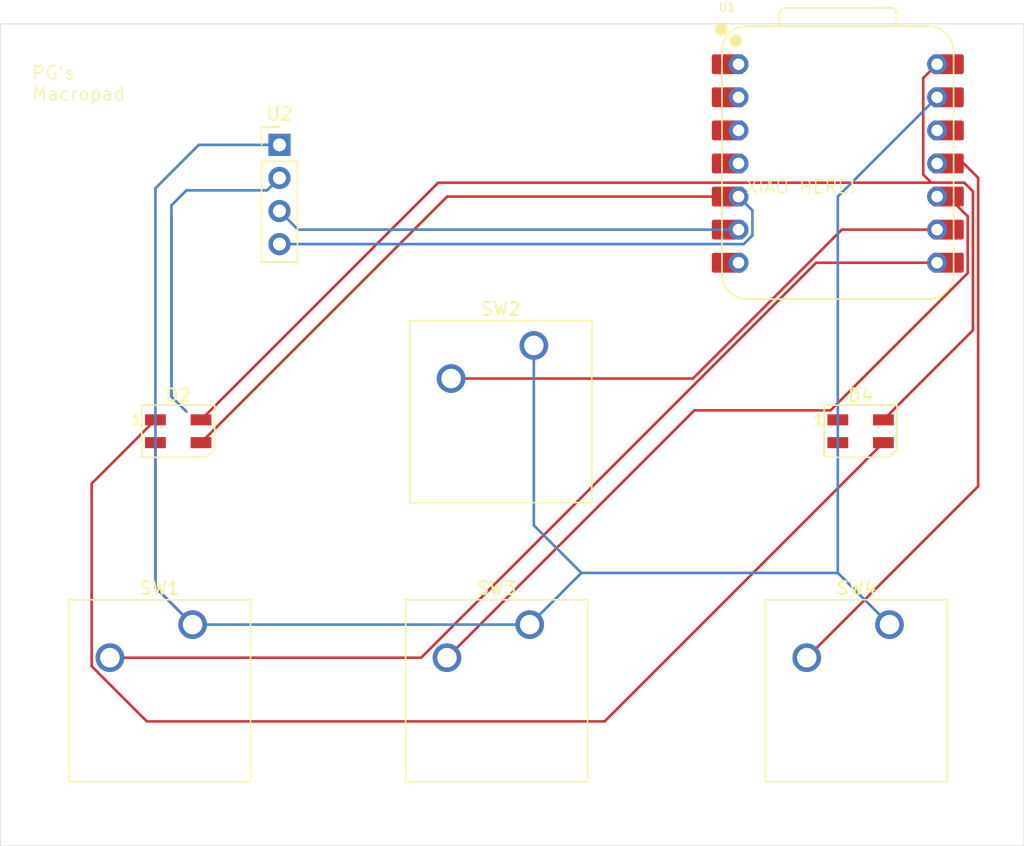
<source format=kicad_pcb>
(kicad_pcb (version 20241229) (generator "pcbnew") (generator_version "9.0")
  (layers (0 "F.Cu" signal) (2 "B.Cu" signal) (13 "F.Paste" user) (15 "B.Paste" user) (5 "F.SilkS" user "F.Silkscreen") (7 "B.SilkS" user "B.Silkscreen") (1 "F.Mask" user) (3 "B.Mask" user) (25 "Edge.Cuts" user))
  (net 0 "")
  (net 1 "+5V")
  (net 2 "GND")
  (net 3 "Net-(D2-DOUT)")
  (net 4 "Net-(D2-DIN)")
  (net 6 "Net-(U1-GPIO1{slash}RX)")
  (net 7 "Net-(U1-GPIO2{slash}SCK)")
  (net 8 "Net-(U1-GPIO4{slash}MISO)")
  (net 9 "Net-(U1-GPIO3{slash}MOSI)")
  (net 14 "Net-(U1-GPIO6{slash}SDA)")
  (net 16 "Net-(U1-GPIO7{slash}SCL)")
  (footprint "Button_Switch_Keyboard:SW_Cherry_MX_1.00u_PCB" (layer "F.Cu") (at 149.225 123.5075)
    (property "Reference" "SW4" (at -2.54 -2.794 0) (layer "F.SilkS"))
    (property "Value" "SW_Push")
    (fp_line (start -9.525 -1.905) (end 4.445 -1.905) (stroke (width 0.12)) (layer "F.SilkS"))
    (fp_line (start -9.525 12.065) (end -9.525 -1.905) (stroke (width 0.12)) (layer "F.SilkS"))
    (fp_line (start 4.445 -1.905) (end 4.445 12.065) (stroke (width 0.12)) (layer "F.SilkS"))
    (fp_line (start 4.445 12.065) (end -9.525 12.065) (stroke (width 0.12)) (layer "F.SilkS"))
    (pad "" np_thru_hole circle (at -7.62 5.08) (size 1.7 1.7) (drill 1.7) (layers "*.Cu" "*.Mask"))
    (pad "" np_thru_hole circle (at -2.54 5.08) (size 4 4) (drill 4) (layers "*.Cu" "*.Mask"))
    (pad "" np_thru_hole circle (at 2.54 5.08) (size 1.7 1.7) (drill 1.7) (layers "*.Cu" "*.Mask"))
    (pad "1" thru_hole circle (at 0 0) (size 2.2 2.2) (drill 1.5) (layers "*.Cu" "*.Mask") (net 2 "GND"))
    (pad "2" thru_hole circle (at -6.35 2.54) (size 2.2 2.2) (drill 1.5) (layers "*.Cu" "*.Mask") (net 9 "Net-(U1-GPIO3{slash}MOSI)"))
  )
  (footprint "LED_SMD:LED_SK6812MINI_PLCC4_3.5x3.5mm_P1.75mm" (layer "F.Cu") (at 147.00625 108.6625)
    (property "Reference" "D4" (at 0 -2.75 0) (layer "F.SilkS"))
    (property "Value" "SK6812MINI")
    (fp_line (start -2.8 -2) (end -2.8 2) (stroke (width 0.12)) (layer "F.SilkS"))
    (fp_line (start -2.8 -2) (end 2.8 -2) (stroke (width 0.12)) (layer "F.SilkS"))
    (fp_line (start -2.8 2) (end 2.2 2) (stroke (width 0.12)) (layer "F.SilkS"))
    (fp_line (start 2.8 1.4) (end 2.2 2) (stroke (width 0.12)) (layer "F.SilkS"))
    (fp_line (start 2.8 1.4) (end 2.8 -2) (stroke (width 0.12)) (layer "F.SilkS"))
    (fp_text user "1" (at -3.2 -0.875 0) (layer "F.SilkS") (effects (font (size 0.8 0.8))))
    (pad "1" smd rect (at -1.75 -0.875) (size 1.6 0.85) (layers "F.Cu" "F.Mask" "F.Paste"))
    (pad "2" smd rect (at -1.75 0.875) (size 1.6 0.85) (layers "F.Cu" "F.Mask" "F.Paste") (net 2 "GND"))
    (pad "3" smd rect (at 1.75 0.875) (size 1.6 0.85) (layers "F.Cu" "F.Mask" "F.Paste") (net 3 "Net-(D2-DOUT)"))
    (pad "4" smd rect (at 1.75 -0.875) (size 1.6 0.85) (layers "F.Cu" "F.Mask" "F.Paste") (net 1 "+5V"))
  )
  (footprint "OPL:XIAO-RP2040-DIP" (layer "F.Cu") (at 145.25625 88.10625)
    (property "Reference" "U1" (at -8.5 -12 0) (layer "F.SilkS") (effects (font (size 0.635 0.635) (thickness 0.1016))))
    (property "Value" "XIAO-RP2040-DIP")
    (fp_line (start -8.89 8.509) (end -8.89 -8.636) (stroke (width 0.127)) (layer "F.SilkS"))
    (fp_line (start -6.985 10.414) (end 6.985 10.414) (stroke (width 0.127)) (layer "F.SilkS"))
    (fp_line (start -4.495 -10.541) (end -4.491272 -11.451272) (stroke (width 0.127)) (layer "F.SilkS"))
    (fp_line (start -3.991272 -11.951) (end 4.004 -11.951) (stroke (width 0.127)) (layer "F.SilkS"))
    (fp_line (start 4.504 -11.451) (end 4.504 -10.541) (stroke (width 0.127)) (layer "F.SilkS"))
    (fp_line (start 6.985 -10.541) (end -6.985 -10.541) (stroke (width 0.1)) (layer "F.SilkS"))
    (fp_line (start 6.985 -10.541) (end -6.985 -10.541) (stroke (width 0.127)) (layer "F.SilkS"))
    (fp_line (start 8.89 8.509) (end 8.89 -8.636) (stroke (width 0.127)) (layer "F.SilkS"))
    (fp_arc (start -8.89 -8.636) (mid -8.332038 -9.983038) (end -6.985 -10.541) (stroke (width 0.127)) (layer "F.SilkS"))
    (fp_arc (start -6.985 10.414) (mid -8.332038 9.856038) (end -8.89 8.509) (stroke (width 0.127)) (layer "F.SilkS"))
    (fp_arc (start -4.491272 -11.451272) (mid -4.344728 -11.80464) (end -3.991272 -11.951) (stroke (width 0.127)) (layer "F.SilkS"))
    (fp_arc (start 4.004 -11.951) (mid 4.357553 -11.804553) (end 4.504 -11.451) (stroke (width 0.127)) (layer "F.SilkS"))
    (fp_arc (start 6.985 -10.541) (mid 8.332038 -9.983038) (end 8.89 -8.636) (stroke (width 0.127)) (layer "F.SilkS"))
    (fp_arc (start 8.89 8.509) (mid 8.332038 9.856038) (end 6.985 10.414) (stroke (width 0.127)) (layer "F.SilkS"))
    (fp_circle (center -8.95 -10.3) (end -8.95 -10.554) (stroke (width 0.5)) (fill yes) (layer "F.SilkS"))
    (fp_circle (center -7.807 -9.42) (end -7.807 -9.674) (stroke (width 0.5)) (fill yes) (layer "F.SilkS"))
    (pad "1" smd roundrect (at -8.455 -7.62 180) (size 2.432 1.524) (layers "F.Cu" "F.Mask") (roundrect_rratio 0.1) (net 4 "Net-(D2-DIN)"))
    (pad "1" thru_hole circle (at -7.62 -7.62 180) (size 1.524 1.524) (drill 0.889) (layers "*.Cu" "*.Mask") (net 4 "Net-(D2-DIN)"))
    (pad "2" smd roundrect (at -8.455 -5.08 180) (size 2.432 1.524) (layers "F.Cu" "F.Mask") (roundrect_rratio 0.1))
    (pad "2" thru_hole circle (at -7.62 -5.08 180) (size 1.524 1.524) (drill 0.889) (layers "*.Cu" "*.Mask"))
    (pad "3" smd roundrect (at -8.455 -2.54 180) (size 2.432 1.524) (layers "F.Cu" "F.Mask") (roundrect_rratio 0.1))
    (pad "3" thru_hole circle (at -7.62 -2.54 180) (size 1.524 1.524) (drill 0.889) (layers "*.Cu" "*.Mask"))
    (pad "4" smd roundrect (at -8.455 0 180) (size 2.432 1.524) (layers "F.Cu" "F.Mask") (roundrect_rratio 0.1))
    (pad "4" thru_hole circle (at -7.62 0 180) (size 1.524 1.524) (drill 0.889) (layers "*.Cu" "*.Mask"))
    (pad "5" smd roundrect (at -8.455 2.54 180) (size 2.432 1.524) (layers "F.Cu" "F.Mask") (roundrect_rratio 0.1) (net 14 "Net-(U1-GPIO6{slash}SDA)"))
    (pad "5" thru_hole circle (at -7.62 2.54 180) (size 1.524 1.524) (drill 0.889) (layers "*.Cu" "*.Mask") (net 14 "Net-(U1-GPIO6{slash}SDA)"))
    (pad "6" smd roundrect (at -8.455 5.08 180) (size 2.432 1.524) (layers "F.Cu" "F.Mask") (roundrect_rratio 0.1) (net 16 "Net-(U1-GPIO7{slash}SCL)"))
    (pad "6" thru_hole circle (at -7.62 5.08 180) (size 1.524 1.524) (drill 0.889) (layers "*.Cu" "*.Mask") (net 16 "Net-(U1-GPIO7{slash}SCL)"))
    (pad "7" smd roundrect (at -8.455 7.62 180) (size 2.432 1.524) (layers "F.Cu" "F.Mask") (roundrect_rratio 0.1))
    (pad "7" thru_hole circle (at -7.62 7.62 180) (size 1.524 1.524) (drill 0.889) (layers "*.Cu" "*.Mask"))
    (pad "8" thru_hole circle (at 7.62 7.62) (size 1.524 1.524) (drill 0.889) (layers "*.Cu" "*.Mask") (net 6 "Net-(U1-GPIO1{slash}RX)"))
    (pad "8" smd roundrect (at 8.455 7.62) (size 2.432 1.524) (layers "F.Cu" "F.Mask") (roundrect_rratio 0.1) (net 6 "Net-(U1-GPIO1{slash}RX)"))
    (pad "9" thru_hole circle (at 7.62 5.08) (size 1.524 1.524) (drill 0.889) (layers "*.Cu" "*.Mask") (net 7 "Net-(U1-GPIO2{slash}SCK)"))
    (pad "9" smd roundrect (at 8.455 5.08) (size 2.432 1.524) (layers "F.Cu" "F.Mask") (roundrect_rratio 0.1) (net 7 "Net-(U1-GPIO2{slash}SCK)"))
    (pad "10" thru_hole circle (at 7.62 2.54) (size 1.524 1.524) (drill 0.889) (layers "*.Cu" "*.Mask") (net 8 "Net-(U1-GPIO4{slash}MISO)"))
    (pad "10" smd roundrect (at 8.455 2.54) (size 2.432 1.524) (layers "F.Cu" "F.Mask") (roundrect_rratio 0.1) (net 8 "Net-(U1-GPIO4{slash}MISO)"))
    (pad "11" thru_hole circle (at 7.62 0) (size 1.524 1.524) (drill 0.889) (layers "*.Cu" "*.Mask") (net 9 "Net-(U1-GPIO3{slash}MOSI)"))
    (pad "11" smd roundrect (at 8.455 0) (size 2.432 1.524) (layers "F.Cu" "F.Mask") (roundrect_rratio 0.1) (net 9 "Net-(U1-GPIO3{slash}MOSI)"))
    (pad "12" thru_hole circle (at 7.62 -2.54) (size 1.524 1.524) (drill 0.889) (layers "*.Cu" "*.Mask"))
    (pad "12" smd roundrect (at 8.455 -2.54) (size 2.432 1.524) (layers "F.Cu" "F.Mask") (roundrect_rratio 0.1))
    (pad "13" thru_hole circle (at 7.62 -5.08) (size 1.524 1.524) (drill 0.889) (layers "*.Cu" "*.Mask") (net 2 "GND"))
    (pad "13" smd roundrect (at 8.455 -5.08) (size 2.432 1.524) (layers "F.Cu" "F.Mask") (roundrect_rratio 0.1) (net 2 "GND"))
    (pad "14" thru_hole circle (at 7.62 -7.62) (size 1.524 1.524) (drill 0.889) (layers "*.Cu" "*.Mask") (net 1 "+5V"))
    (pad "14" smd roundrect (at 8.455 -7.62) (size 2.432 1.524) (layers "F.Cu" "F.Mask") (roundrect_rratio 0.1) (net 1 "+5V"))
  )
  (footprint "LED_SMD:LED_SK6812MINI_PLCC4_3.5x3.5mm_P1.75mm" (layer "F.Cu") (at 94.61875 108.6625)
    (property "Reference" "D2" (at 0 -2.75 0) (layer "F.SilkS"))
    (property "Value" "SK6812MINI")
    (fp_line (start -2.8 -2) (end -2.8 2) (stroke (width 0.12)) (layer "F.SilkS"))
    (fp_line (start -2.8 -2) (end 2.8 -2) (stroke (width 0.12)) (layer "F.SilkS"))
    (fp_line (start -2.8 2) (end 2.2 2) (stroke (width 0.12)) (layer "F.SilkS"))
    (fp_line (start 2.8 1.4) (end 2.2 2) (stroke (width 0.12)) (layer "F.SilkS"))
    (fp_line (start 2.8 1.4) (end 2.8 -2) (stroke (width 0.12)) (layer "F.SilkS"))
    (fp_text user "1" (at -3.2 -0.875 0) (layer "F.SilkS") (effects (font (size 0.8 0.8))))
    (pad "1" smd rect (at -1.75 -0.875) (size 1.6 0.85) (layers "F.Cu" "F.Mask" "F.Paste") (net 3 "Net-(D2-DOUT)"))
    (pad "2" smd rect (at -1.75 0.875) (size 1.6 0.85) (layers "F.Cu" "F.Mask" "F.Paste") (net 2 "GND"))
    (pad "3" smd rect (at 1.75 0.875) (size 1.6 0.85) (layers "F.Cu" "F.Mask" "F.Paste") (net 4 "Net-(D2-DIN)"))
    (pad "4" smd rect (at 1.75 -0.875) (size 1.6 0.85) (layers "F.Cu" "F.Mask" "F.Paste") (net 1 "+5V"))
  )
  (footprint "Connector_PinHeader_2.54mm:PinHeader_1x04_P2.54mm_Vertical" (layer "F.Cu") (at 102.39375 86.6775)
    (property "Reference" "U2" (at 0 -2.38 0) (layer "F.SilkS"))
    (property "Value" "SSD1306 OLED")
    (fp_line (start -1.38 -1.38) (end 0 -1.38) (stroke (width 0.12)) (layer "F.SilkS"))
    (fp_line (start -1.38 0) (end -1.38 -1.38) (stroke (width 0.12)) (layer "F.SilkS"))
    (fp_line (start -1.38 1.27) (end -1.38 9) (stroke (width 0.12)) (layer "F.SilkS"))
    (fp_line (start -1.38 1.27) (end 1.38 1.27) (stroke (width 0.12)) (layer "F.SilkS"))
    (fp_line (start -1.38 9) (end 1.38 9) (stroke (width 0.12)) (layer "F.SilkS"))
    (fp_line (start 1.38 1.27) (end 1.38 9) (stroke (width 0.12)) (layer "F.SilkS"))
    (pad "1" thru_hole rect (at 0 0) (size 1.7 1.7) (drill 1) (layers "*.Cu" "*.Mask") (net 2 "GND"))
    (pad "2" thru_hole circle (at 0 2.54) (size 1.7 1.7) (drill 1) (layers "*.Cu" "*.Mask") (net 1 "+5V"))
    (pad "3" thru_hole circle (at 0 5.08) (size 1.7 1.7) (drill 1) (layers "*.Cu" "*.Mask") (net 16 "Net-(U1-GPIO7{slash}SCL)"))
    (pad "4" thru_hole circle (at 0 7.62) (size 1.7 1.7) (drill 1) (layers "*.Cu" "*.Mask") (net 14 "Net-(U1-GPIO6{slash}SDA)"))
  )
  (footprint "Button_Switch_Keyboard:SW_Cherry_MX_1.00u_PCB" (layer "F.Cu") (at 121.6025 123.5075)
    (property "Reference" "SW3" (at -2.54 -2.794 0) (layer "F.SilkS"))
    (property "Value" "SW_Push")
    (fp_line (start -9.525 -1.905) (end 4.445 -1.905) (stroke (width 0.12)) (layer "F.SilkS"))
    (fp_line (start -9.525 12.065) (end -9.525 -1.905) (stroke (width 0.12)) (layer "F.SilkS"))
    (fp_line (start 4.445 -1.905) (end 4.445 12.065) (stroke (width 0.12)) (layer "F.SilkS"))
    (fp_line (start 4.445 12.065) (end -9.525 12.065) (stroke (width 0.12)) (layer "F.SilkS"))
    (pad "" np_thru_hole circle (at -7.62 5.08) (size 1.7 1.7) (drill 1.7) (layers "*.Cu" "*.Mask"))
    (pad "" np_thru_hole circle (at -2.54 5.08) (size 4 4) (drill 4) (layers "*.Cu" "*.Mask"))
    (pad "" np_thru_hole circle (at 2.54 5.08) (size 1.7 1.7) (drill 1.7) (layers "*.Cu" "*.Mask"))
    (pad "1" thru_hole circle (at 0 0) (size 2.2 2.2) (drill 1.5) (layers "*.Cu" "*.Mask") (net 2 "GND"))
    (pad "2" thru_hole circle (at -6.35 2.54) (size 2.2 2.2) (drill 1.5) (layers "*.Cu" "*.Mask") (net 8 "Net-(U1-GPIO4{slash}MISO)"))
  )
  (footprint "Button_Switch_Keyboard:SW_Cherry_MX_1.00u_PCB" (layer "F.Cu") (at 121.92 102.07625)
    (property "Reference" "SW2" (at -2.54 -2.794 0) (layer "F.SilkS"))
    (property "Value" "SW_Push")
    (fp_line (start -9.525 -1.905) (end 4.445 -1.905) (stroke (width 0.12)) (layer "F.SilkS"))
    (fp_line (start -9.525 12.065) (end -9.525 -1.905) (stroke (width 0.12)) (layer "F.SilkS"))
    (fp_line (start 4.445 -1.905) (end 4.445 12.065) (stroke (width 0.12)) (layer "F.SilkS"))
    (fp_line (start 4.445 12.065) (end -9.525 12.065) (stroke (width 0.12)) (layer "F.SilkS"))
    (pad "" np_thru_hole circle (at -7.62 5.08) (size 1.7 1.7) (drill 1.7) (layers "*.Cu" "*.Mask"))
    (pad "" np_thru_hole circle (at -2.54 5.08) (size 4 4) (drill 4) (layers "*.Cu" "*.Mask"))
    (pad "" np_thru_hole circle (at 2.54 5.08) (size 1.7 1.7) (drill 1.7) (layers "*.Cu" "*.Mask"))
    (pad "1" thru_hole circle (at 0 0) (size 2.2 2.2) (drill 1.5) (layers "*.Cu" "*.Mask") (net 2 "GND"))
    (pad "2" thru_hole circle (at -6.35 2.54) (size 2.2 2.2) (drill 1.5) (layers "*.Cu" "*.Mask") (net 7 "Net-(U1-GPIO2{slash}SCK)"))
  )
  (footprint "Button_Switch_Keyboard:SW_Cherry_MX_1.00u_PCB" (layer "F.Cu") (at 95.72625 123.5075)
    (property "Reference" "SW1" (at -2.54 -2.794 0) (layer "F.SilkS"))
    (property "Value" "SW_Push")
    (fp_line (start -9.525 -1.905) (end 4.445 -1.905) (stroke (width 0.12)) (layer "F.SilkS"))
    (fp_line (start -9.525 12.065) (end -9.525 -1.905) (stroke (width 0.12)) (layer "F.SilkS"))
    (fp_line (start 4.445 -1.905) (end 4.445 12.065) (stroke (width 0.12)) (layer "F.SilkS"))
    (fp_line (start 4.445 12.065) (end -9.525 12.065) (stroke (width 0.12)) (layer "F.SilkS"))
    (pad "" np_thru_hole circle (at -7.62 5.08) (size 1.7 1.7) (drill 1.7) (layers "*.Cu" "*.Mask"))
    (pad "" np_thru_hole circle (at -2.54 5.08) (size 4 4) (drill 4) (layers "*.Cu" "*.Mask"))
    (pad "" np_thru_hole circle (at 2.54 5.08) (size 1.7 1.7) (drill 1.7) (layers "*.Cu" "*.Mask"))
    (pad "1" thru_hole circle (at 0 0) (size 2.2 2.2) (drill 1.5) (layers "*.Cu" "*.Mask") (net 2 "GND"))
    (pad "2" thru_hole circle (at -6.35 2.54) (size 2.2 2.2) (drill 1.5) (layers "*.Cu" "*.Mask") (net 6 "Net-(U1-GPIO1{slash}RX)"))
  )
  (gr_rect (start 80.9625 77.390625) (end 159.54375 140.49375) (stroke (width 0.05)) (fill no) (layer "Edge.Cuts"))
  (gr_text "PG's \nMacropad" (at 83.34375 83.34375 0) (layer "F.SilkS") (effects (font (size 1 1) (thickness 0.1)) (justify left bottom)))
  (gr_text "XIAO HERE!" (at 138.1125 90.4875 0) (layer "F.SilkS") (effects (font (size 1 1) (thickness 0.1)) (justify left bottom)))
  (segment (start 155.62925 90.245624) (end 154.966876 89.58325) (width 0.2) (layer "F.Cu") (net 1))
  (segment (start 151.81325 88.96056) (end 152.43594 89.58325) (width 0.2) (layer "F.Cu") (net 1))
  (segment (start 151.81325 81.54925) (end 151.81325 88.96056) (width 0.2) (layer "F.Cu") (net 1))
  (segment (start 152.43594 89.58325) (end 154.966876 89.58325) (width 0.2) (layer "F.Cu") (net 1))
  (segment (start 152.87625 80.48625) (end 151.81325 81.54925) (width 0.2) (layer "F.Cu") (net 1))
  (segment (start 148.75625 107.7875) (end 155.62925 100.9145) (width 0.2) (layer "F.Cu") (net 1))
  (segment (start 114.573 89.58325) (end 96.36875 107.7875) (width 0.2) (layer "F.Cu") (net 1))
  (segment (start 154.966876 89.58325) (end 114.573 89.58325) (width 0.2) (layer "F.Cu") (net 1))
  (segment (start 155.62925 100.9145) (end 155.62925 90.245624) (width 0.2) (layer "F.Cu") (net 1))
  (segment (start 94.099 106.00525) (end 94.099 92.23324) (width 0.2) (layer "B.Cu") (net 1))
  (segment (start 94.099 106.00525) (end 95.25 107.15625) (width 0.2) (layer "B.Cu") (net 1))
  (segment (start 101.44125 90.17) (end 95.25 90.17) (width 0.2) (layer "B.Cu") (net 1))
  (segment (start 94.099 91.321) (end 94.099 106.00525) (width 0.2) (layer "B.Cu") (net 1))
  (segment (start 95.25 90.17) (end 94.099 91.321) (width 0.2) (layer "B.Cu") (net 1))
  (segment (start 102.39375 89.2175) (end 101.44125 90.17) (width 0.2) (layer "B.Cu") (net 1))
  (segment (start 92.86875 120.65) (end 95.72625 123.5075) (width 0.2) (layer "F.Cu") (net 2))
  (segment (start 92.86875 109.5375) (end 92.86875 120.65) (width 0.2) (layer "F.Cu") (net 2))
  (segment (start 95.72625 123.5075) (end 121.6025 123.5075) (width 0.2) (layer "B.Cu") (net 2))
  (segment (start 92.86875 120.65) (end 95.72625 123.5075) (width 0.2) (layer "B.Cu") (net 2))
  (segment (start 96.2025 86.6775) (end 92.86875 90.01125) (width 0.2) (layer "B.Cu") (net 2))
  (segment (start 102.39375 86.6775) (end 96.2025 86.6775) (width 0.2) (layer "B.Cu") (net 2))
  (segment (start 121.92 115.8875) (end 125.57125 119.53875) (width 0.2) (layer "B.Cu") (net 2))
  (segment (start 92.86875 90.01125) (end 92.86875 120.65) (width 0.2) (layer "B.Cu") (net 2))
  (segment (start 125.57125 119.53875) (end 145.25625 119.53875) (width 0.2) (layer "B.Cu") (net 2))
  (segment (start 145.25625 119.53875) (end 149.225 123.5075) (width 0.2) (layer "B.Cu") (net 2))
  (segment (start 152.87625 83.02625) (end 145.25625 90.64625) (width 0.2) (layer "B.Cu") (net 2))
  (segment (start 121.6025 123.5075) (end 125.57125 119.53875) (width 0.2) (layer "B.Cu") (net 2))
  (segment (start 121.92 102.07625) (end 121.92 115.8875) (width 0.2) (layer "B.Cu") (net 2))
  (segment (start 145.25625 90.64625) (end 145.25625 119.53875) (width 0.2) (layer "B.Cu") (net 2))
  (segment (start 87.97525 112.681) (end 87.97525 126.701316) (width 0.2) (layer "F.Cu") (net 3))
  (segment (start 127.35525 130.9385) (end 148.75625 109.5375) (width 0.2) (layer "F.Cu") (net 3))
  (segment (start 87.97525 126.701316) (end 92.212434 130.9385) (width 0.2) (layer "F.Cu") (net 3))
  (segment (start 92.86875 107.7875) (end 87.97525 112.681) (width 0.2) (layer "F.Cu") (net 3))
  (segment (start 92.212434 130.9385) (end 127.35525 130.9385) (width 0.2) (layer "F.Cu") (net 3))
  (segment (start 136.80125 90.64625) (end 115.26 90.64625) (width 0.2) (layer "F.Cu") (net 4))
  (segment (start 115.26 90.64625) (end 96.36875 109.5375) (width 0.2) (layer "F.Cu") (net 4))
  (segment (start 143.592436 95.72625) (end 113.271186 126.0475) (width 0.2) (layer "F.Cu") (net 6))
  (segment (start 152.87625 95.72625) (end 143.592436 95.72625) (width 0.2) (layer "F.Cu") (net 6))
  (segment (start 113.271186 126.0475) (end 89.37625 126.0475) (width 0.2) (layer "F.Cu") (net 6))
  (segment (start 134.135336 104.61625) (end 115.57 104.61625) (width 0.2) (layer "F.Cu") (net 7))
  (segment (start 153.71125 93.18625) (end 145.565336 93.18625) (width 0.2) (layer "F.Cu") (net 7))
  (segment (start 145.565336 93.18625) (end 134.135336 104.61625) (width 0.2) (layer "F.Cu") (net 7))
  (segment (start 155.22825 96.527876) (end 144.694626 107.0615) (width 0.2) (layer "F.Cu") (net 8))
  (segment (start 134.2385 107.0615) (end 115.2525 126.0475) (width 0.2) (layer "F.Cu") (net 8))
  (segment (start 153.71125 90.64625) (end 155.22825 92.16325) (width 0.2) (layer "F.Cu") (net 8))
  (segment (start 144.694626 107.0615) (end 134.2385 107.0615) (width 0.2) (layer "F.Cu") (net 8))
  (segment (start 155.22825 92.16325) (end 155.22825 96.527876) (width 0.2) (layer "F.Cu") (net 8))
  (segment (start 156.03025 112.89225) (end 142.875 126.0475) (width 0.2) (layer "F.Cu") (net 9))
  (segment (start 153.71125 88.10625) (end 154.92725 88.10625) (width 0.2) (layer "F.Cu") (net 9))
  (segment (start 156.03025 89.20925) (end 156.03025 112.89225) (width 0.2) (layer "F.Cu") (net 9))
  (segment (start 154.92725 88.10625) (end 156.03025 89.20925) (width 0.2) (layer "F.Cu") (net 9))
  (segment (start 138.02831 94.2975) (end 138.69925 93.62656) (width 0.2) (layer "B.Cu") (net 14))
  (segment (start 102.39375 94.2975) (end 138.02831 94.2975) (width 0.2) (layer "B.Cu") (net 14))
  (segment (start 138.69925 91.70925) (end 137.63625 90.64625) (width 0.2) (layer "B.Cu") (net 14))
  (segment (start 138.69925 93.62656) (end 138.69925 91.70925) (width 0.2) (layer "B.Cu") (net 14))
  (segment (start 102.39375 91.7575) (end 103.8225 93.18625) (width 0.2) (layer "B.Cu") (net 16))
  (segment (start 137.16 92.71) (end 137.63625 93.18625) (width 0.2) (layer "B.Cu") (net 16))
  (segment (start 103.8225 93.18625) (end 137.63625 93.18625) (width 0.2) (layer "B.Cu") (net 16))
)
</source>
